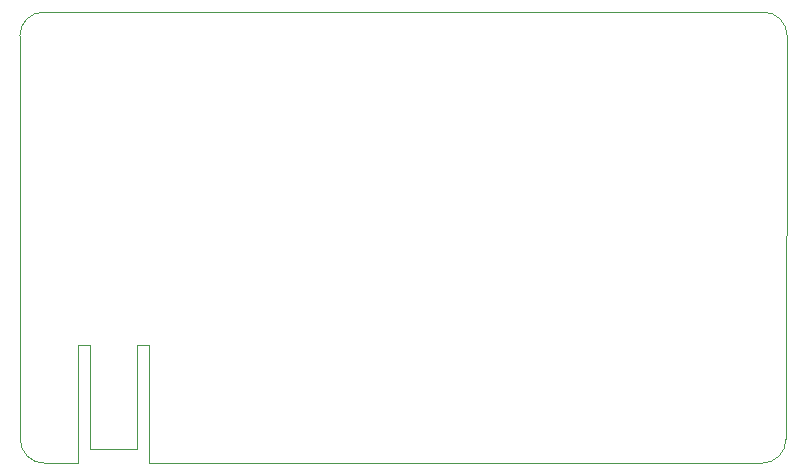
<source format=gbr>
%TF.GenerationSoftware,KiCad,Pcbnew,7.0.2*%
%TF.CreationDate,2024-04-03T12:52:24+03:00*%
%TF.ProjectId,gps_tracer,6770735f-7472-4616-9365-722e6b696361,rev?*%
%TF.SameCoordinates,Original*%
%TF.FileFunction,Profile,NP*%
%FSLAX46Y46*%
G04 Gerber Fmt 4.6, Leading zero omitted, Abs format (unit mm)*
G04 Created by KiCad (PCBNEW 7.0.2) date 2024-04-03 12:52:24*
%MOMM*%
%LPD*%
G01*
G04 APERTURE LIST*
%TA.AperFunction,Profile*%
%ADD10C,0.100000*%
%TD*%
G04 APERTURE END LIST*
D10*
X74875000Y-75175000D02*
X75875000Y-75175000D01*
X58150000Y-65200000D02*
X59150000Y-65200000D01*
X59160000Y-75190000D02*
X74875000Y-75175000D01*
X75875000Y-75175000D02*
X111100000Y-75190000D01*
X54150000Y-65190000D02*
X54150000Y-73990000D01*
X58150000Y-73990000D02*
X58150000Y-65200000D01*
X54150000Y-73990000D02*
X58150000Y-73990000D01*
X59150000Y-65200000D02*
X59160000Y-75190000D01*
X53150000Y-75190000D02*
X50290000Y-75190000D01*
X53150000Y-65190000D02*
X53150000Y-75190000D01*
X54150000Y-65190000D02*
X53150000Y-65190000D01*
X48289975Y-73200000D02*
X48240000Y-39010000D01*
X113200000Y-39000000D02*
X113110000Y-73180000D01*
X50240000Y-37010000D02*
X111200000Y-37000000D01*
X50240000Y-37010000D02*
G75*
G03*
X48240000Y-39010000I0J-2000000D01*
G01*
X113200000Y-39000000D02*
G75*
G03*
X111200000Y-37000000I-2000000J0D01*
G01*
X111100000Y-75190000D02*
G75*
G03*
X113110000Y-73180000I0J2010000D01*
G01*
X48289975Y-73200000D02*
G75*
G03*
X50290000Y-75190000I1990025J0D01*
G01*
M02*

</source>
